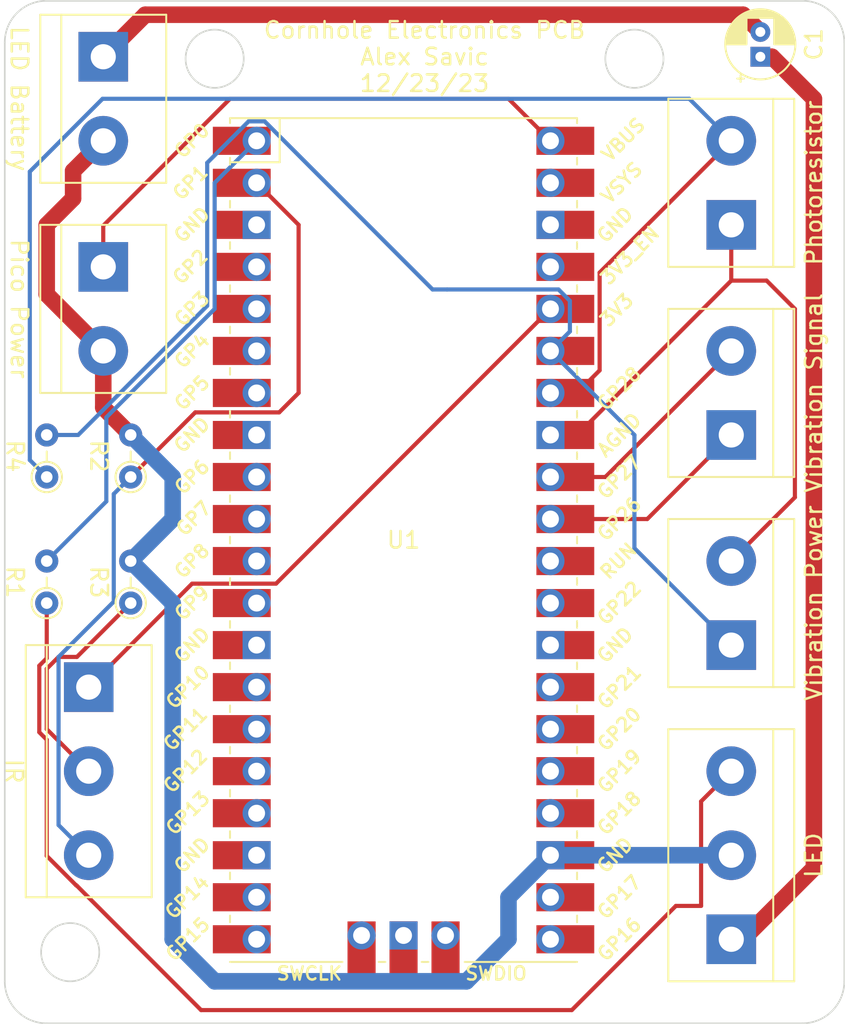
<source format=kicad_pcb>
(kicad_pcb (version 20221018) (generator pcbnew)
  (layers (0 "F.Cu" signal) (31 "B.Cu" signal) (34 "B.Paste" user) (35 "F.Paste" user) (36 "B.SilkS" user "B.Silkscreen") (37 "F.SilkS" user "F.Silkscreen") (38 "B.Mask" user) (39 "F.Mask" user) (44 "Edge.Cuts" user))
  (net 0 "")
  (net 1 "Net-(U1-GPIO0)")
  (net 35 "Net-(J7-Pin_2)")
  (net 36 "Net-(J7-Pin_1)")
  (net 37 "Net-(J6-Pin_3)")
  (net 38 "Net-(J6-Pin_1)")
  (net 39 "Net-(J5-Pin_1)")
  (net 40 "Net-(J4-Pin_1)")
  (net 41 "Net-(J3-Pin_2)")
  (net 42 "Net-(J3-Pin_1)")
  (net 43 "Net-(J2-Pin_3)")
  (net 44 "Net-(J2-Pin_2)")
  (net 45 "Net-(J2-Pin_1)")
  (net 46 "Net-(J1-Pin_2)")
  (net 47 "Net-(J1-Pin_1)")
  (footprint "MCU_RaspberryPi_and_Boards:RPi_Pico_SMD_TH" (layer "F.Cu") (at 90.17 85.09)
    (fp_text reference "U1" (at 0 0) (layer "F.SilkS"))
    (fp_text value "Pico")
    (fp_text user "GP22" (at 13.054 3.81 45) (layer "F.SilkS") (effects (font (size 0.8 0.8))))
    (fp_text user "GP10" (at -13.054 8.89 45) (layer "F.SilkS") (effects (font (size 0.8 0.8))))
    (fp_text user "GP19" (at 13.054 13.97 45) (layer "F.SilkS") (effects (font (size 0.8 0.8))))
    (fp_text user "3V3_EN" (at 13.7 -17.2 45) (layer "F.SilkS") (effects (font (size 0.8 0.8))))
    (fp_text user "GP18" (at 13.054 16.51 45) (layer "F.SilkS") (effects (font (size 0.8 0.8))))
    (fp_text user "GP6" (at -12.8 -3.81 45) (layer "F.SilkS") (effects (font (size 0.8 0.8))))
    (fp_text user "GND" (at -12.8 6.35 45) (layer "F.SilkS") (effects (font (size 0.8 0.8))))
    (fp_text user "GP28" (at 13.054 -9.144 45) (layer "F.SilkS") (effects (font (size 0.8 0.8))))
    (fp_text user "GP17" (at 13.054 21.59 45) (layer "F.SilkS") (effects (font (size 0.8 0.8))))
    (fp_text user "GP1" (at -12.9 -21.6 45) (layer "F.SilkS") (effects (font (size 0.8 0.8))))
    (fp_text user "GP27" (at 13.054 -3.8 45) (layer "F.SilkS") (effects (font (size 0.8 0.8))))
    (fp_text user "GP11" (at -13.2 11.43 45) (layer "F.SilkS") (effects (font (size 0.8 0.8))))
    (fp_text user "GND" (at 12.8 6.35 45) (layer "F.SilkS") (effects (font (size 0.8 0.8))))
    (fp_text user "GP3" (at -12.8 -13.97 45) (layer "F.SilkS") (effects (font (size 0.8 0.8))))
    (fp_text user "GND" (at -12.8 -6.35 45) (layer "F.SilkS") (effects (font (size 0.8 0.8))))
    (fp_text user "VBUS" (at 13.3 -24.2 45) (layer "F.SilkS") (effects (font (size 0.8 0.8))))
    (fp_text user "SWCLK" (at -5.7 26.2) (layer "F.SilkS") (effects (font (size 0.8 0.8))))
    (fp_text user "GP15" (at -13.054 24.13 45) (layer "F.SilkS") (effects (font (size 0.8 0.8))))
    (fp_text user "GP9" (at -12.8 3.81 45) (layer "F.SilkS") (effects (font (size 0.8 0.8))))
    (fp_text user "RUN" (at 13 1.27 45) (layer "F.SilkS") (effects (font (size 0.8 0.8))))
    (fp_text user "GND" (at 12.8 -19.05 45) (layer "F.SilkS") (effects (font (size 0.8 0.8))))
    (fp_text user "SWDIO" (at 5.6 26.2) (layer "F.SilkS") (effects (font (size 0.8 0.8))))
    (fp_text user "GND" (at 12.8 19.05 45) (layer "F.SilkS") (effects (font (size 0.8 0.8))))
    (fp_text user "VSYS" (at 13.2 -21.59 45) (layer "F.SilkS") (effects (font (size 0.8 0.8))))
    (fp_text user "GP26" (at 13.054 -1.27 45) (layer "F.SilkS") (effects (font (size 0.8 0.8))))
    (fp_text user "GP8" (at -12.8 1.27 45) (layer "F.SilkS") (effects (font (size 0.8 0.8))))
    (fp_text user "GP2" (at -12.9 -16.51 45) (layer "F.SilkS") (effects (font (size 0.8 0.8))))
    (fp_text user "GP21" (at 13.054 8.9 45) (layer "F.SilkS") (effects (font (size 0.8 0.8))))
    (fp_text user "GP16" (at 13.054 24.13 45) (layer "F.SilkS") (effects (font (size 0.8 0.8))))
    (fp_text user "GP14" (at -13.1 21.59 45) (layer "F.SilkS") (effects (font (size 0.8 0.8))))
    (fp_text user "GP20" (at 13.054 11.43 45) (layer "F.SilkS") (effects (font (size 0.8 0.8))))
    (fp_text user "GP12" (at -13.2 13.97 45) (layer "F.SilkS") (effects (font (size 0.8 0.8))))
    (fp_text user "GP0" (at -12.8 -24.13 45) (layer "F.SilkS") (effects (font (size 0.8 0.8))))
    (fp_text user "GP7" (at -12.7 -1.3 45) (layer "F.SilkS") (effects (font (size 0.8 0.8))))
    (fp_text user "AGND" (at 13.054 -6.35 45) (layer "F.SilkS") (effects (font (size 0.8 0.8))))
    (fp_text user "GND" (at -12.8 -19.05 45) (layer "F.SilkS") (effects (font (size 0.8 0.8))))
    (fp_text user "GP5" (at -12.8 -8.89 45) (layer "F.SilkS") (effects (font (size 0.8 0.8))))
    (fp_text user "3V3" (at 12.9 -13.9 45) (layer "F.SilkS") (effects (font (size 0.8 0.8))))
    (fp_text user "GND" (at -12.8 19.05 45) (layer "F.SilkS") (effects (font (size 0.8 0.8))))
    (fp_text user "GP4" (at -12.8 -11.43 45) (layer "F.SilkS") (effects (font (size 0.8 0.8))))
    (fp_text user "GP13" (at -13.054 16.51 45) (layer "F.SilkS") (effects (font (size 0.8 0.8))))
    (fp_line (start -10.5 -25.5) (end -10.5 -25.2) (stroke (width 0.12)) (layer "F.SilkS"))
    (fp_line (start -10.5 -25.5) (end 10.5 -25.5) (stroke (width 0.12)) (layer "F.SilkS"))
    (fp_line (start -10.5 -23.1) (end -10.5 -22.7) (stroke (width 0.12)) (layer "F.SilkS"))
    (fp_line (start -10.5 -22.833) (end -7.493 -22.833) (stroke (width 0.12)) (layer "F.SilkS"))
    (fp_line (start -10.5 -20.5) (end -10.5 -20.1) (stroke (width 0.12)) (layer "F.SilkS"))
    (fp_line (start -10.5 -18) (end -10.5 -17.6) (stroke (width 0.12)) (layer "F.SilkS"))
    (fp_line (start -10.5 -15.4) (end -10.5 -15) (stroke (width 0.12)) (layer "F.SilkS"))
    (fp_line (start -10.5 -12.9) (end -10.5 -12.5) (stroke (width 0.12)) (layer "F.SilkS"))
    (fp_line (start -10.5 -10.4) (end -10.5 -10) (stroke (width 0.12)) (layer "F.SilkS"))
    (fp_line (start -10.5 -7.8) (end -10.5 -7.4) (stroke (width 0.12)) (layer "F.SilkS"))
    (fp_line (start -10.5 -5.3) (end -10.5 -4.9) (stroke (width 0.12)) (layer "F.SilkS"))
    (fp_line (start -10.5 -2.7) (end -10.5 -2.3) (stroke (width 0.12)) (layer "F.SilkS"))
    (fp_line (start -10.5 -0.2) (end -10.5 0.2) (stroke (width 0.12)) (layer "F.SilkS"))
    (fp_line (start -10.5 2.3) (end -10.5 2.7) (stroke (width 0.12)) (layer "F.SilkS"))
    (fp_line (start -10.5 4.9) (end -10.5 5.3) (stroke (width 0.12)) (layer "F.SilkS"))
    (fp_line (start -10.5 7.4) (end -10.5 7.8) (stroke (width 0.12)) (layer "F.SilkS"))
    (fp_line (start -10.5 10) (end -10.5 10.4) (stroke (width 0.12)) (layer "F.SilkS"))
    (fp_line (start -10.5 12.5) (end -10.5 12.9) (stroke (width 0.12)) (layer "F.SilkS"))
    (fp_line (start -10.5 15.1) (end -10.5 15.5) (stroke (width 0.12)) (layer "F.SilkS"))
    (fp_line (start -10.5 17.6) (end -10.5 18) (stroke (width 0.12)) (layer "F.SilkS"))
    (fp_line (start -10.5 20.1) (end -10.5 20.5) (stroke (width 0.12)) (layer "F.SilkS"))
    (fp_line (start -10.5 22.7) (end -10.5 23.1) (stroke (width 0.12)) (layer "F.SilkS"))
    (fp_line (start -7.493 -22.833) (end -7.493 -25.5) (stroke (width 0.12)) (layer "F.SilkS"))
    (fp_line (start -3.7 25.5) (end -10.5 25.5) (stroke (width 0.12)) (layer "F.SilkS"))
    (fp_line (start -1.5 25.5) (end -1.1 25.5) (stroke (width 0.12)) (layer "F.SilkS"))
    (fp_line (start 1.1 25.5) (end 1.5 25.5) (stroke (width 0.12)) (layer "F.SilkS"))
    (fp_line (start 10.5 -25.5) (end 10.5 -25.2) (stroke (width 0.12)) (layer "F.SilkS"))
    (fp_line (start 10.5 -23.1) (end 10.5 -22.7) (stroke (width 0.12)) (layer "F.SilkS"))
    (fp_line (start 10.5 -20.5) (end 10.5 -20.1) (stroke (width 0.12)) (layer "F.SilkS"))
    (fp_line (start 10.5 -18) (end 10.5 -17.6) (stroke (width 0.12)) (layer "F.SilkS"))
    (fp_line (start 10.5 -15.4) (end 10.5 -15) (stroke (width 0.12)) (layer "F.SilkS"))
    (fp_line (start 10.5 -12.9) (end 10.5 -12.5) (stroke (width 0.12)) (layer "F.SilkS"))
    (fp_line (start 10.5 -10.4) (end 10.5 -10) (stroke (width 0.12)) (layer "F.SilkS"))
    (fp_line (start 10.5 -7.8) (end 10.5 -7.4) (stroke (width 0.12)) (layer "F.SilkS"))
    (fp_line (start 10.5 -5.3) (end 10.5 -4.9) (stroke (width 0.12)) (layer "F.SilkS"))
    (fp_line (start 10.5 -2.7) (end 10.5 -2.3) (stroke (width 0.12)) (layer "F.SilkS"))
    (fp_line (start 10.5 -0.2) (end 10.5 0.2) (stroke (width 0.12)) (layer "F.SilkS"))
    (fp_line (start 10.5 2.3) (end 10.5 2.7) (stroke (width 0.12)) (layer "F.SilkS"))
    (fp_line (start 10.5 4.9) (end 10.5 5.3) (stroke (width 0.12)) (layer "F.SilkS"))
    (fp_line (start 10.5 7.4) (end 10.5 7.8) (stroke (width 0.12)) (layer "F.SilkS"))
    (fp_line (start 10.5 10) (end 10.5 10.4) (stroke (width 0.12)) (layer "F.SilkS"))
    (fp_line (start 10.5 12.5) (end 10.5 12.9) (stroke (width 0.12)) (layer "F.SilkS"))
    (fp_line (start 10.5 15.1) (end 10.5 15.5) (stroke (width 0.12)) (layer "F.SilkS"))
    (fp_line (start 10.5 17.6) (end 10.5 18) (stroke (width 0.12)) (layer "F.SilkS"))
    (fp_line (start 10.5 20.1) (end 10.5 20.5) (stroke (width 0.12)) (layer "F.SilkS"))
    (fp_line (start 10.5 22.7) (end 10.5 23.1) (stroke (width 0.12)) (layer "F.SilkS"))
    (fp_line (start 10.5 25.5) (end 3.7 25.5) (stroke (width 0.12)) (layer "F.SilkS"))
    (pad "" np_thru_hole oval (at -2.725 -24) (size 1.8 1.8) (drill 1.8) (layers "*.Cu" "*.Mask"))
    (pad "" np_thru_hole oval (at -2.425 -20.97) (size 1.5 1.5) (drill 1.5) (layers "*.Cu" "*.Mask"))
    (pad "" np_thru_hole oval (at 2.425 -20.97) (size 1.5 1.5) (drill 1.5) (layers "*.Cu" "*.Mask"))
    (pad "" np_thru_hole oval (at 2.725 -24) (size 1.8 1.8) (drill 1.8) (layers "*.Cu" "*.Mask"))
    (pad "1" thru_hole oval (at -8.89 -24.13) (size 1.7 1.7) (drill 1.02) (layers "*.Cu" "*.Mask") (net 1 "Net-(U1-GPIO0)"))
    (pad "1" smd rect (at -8.89 -24.13) (size 3.5 1.7) (drill (offset -0.9 0)) (layers "F.Cu" "F.Mask") (net 1 "Net-(U1-GPIO0)"))
    (pad "2" thru_hole oval (at -8.89 -21.59) (size 1.7 1.7) (drill 1.02) (layers "*.Cu" "*.Mask") (net 43 "Net-(J2-Pin_3)"))
    (pad "2" smd rect (at -8.89 -21.59) (size 3.5 1.7) (drill (offset -0.9 0)) (layers "F.Cu" "F.Mask") (net 43 "Net-(J2-Pin_3)"))
    (pad "3" thru_hole rect (at -8.89 -19.05) (size 1.7 1.7) (drill 1.02) (layers "*.Cu" "*.Mask"))
    (pad "3" smd rect (at -8.89 -19.05) (size 3.5 1.7) (drill (offset -0.9 0)) (layers "F.Cu" "F.Mask"))
    (pad "4" thru_hole oval (at -8.89 -16.51) (size 1.7 1.7) (drill 1.02) (layers "*.Cu" "*.Mask"))
    (pad "4" smd rect (at -8.89 -16.51) (size 3.5 1.7) (drill (offset -0.9 0)) (layers "F.Cu" "F.Mask"))
    (pad "5" thru_hole oval (at -8.89 -13.97) (size 1.7 1.7) (drill 1.02) (layers "*.Cu" "*.Mask"))
    (pad "5" smd rect (at -8.89 -13.97) (size 3.5 1.7) (drill (offset -0.9 0)) (layers "F.Cu" "F.Mask"))
    (pad "6" thru_hole oval (at -8.89 -11.43) (size 1.7 1.7) (drill 1.02) (layers "*.Cu" "*.Mask"))
    (pad "6" smd rect (at -8.89 -11.43) (size 3.5 1.7) (drill (offset -0.9 0)) (layers "F.Cu" "F.Mask"))
    (pad "7" thru_hole oval (at -8.89 -8.89) (size 1.7 1.7) (drill 1.02) (layers "*.Cu" "*.Mask"))
    (pad "7" smd rect (at -8.89 -8.89) (size 3.5 1.7) (drill (offset -0.9 0)) (layers "F.Cu" "F.Mask"))
    (pad "8" thru_hole rect (at -8.89 -6.35) (size 1.7 1.7) (drill 1.02) (layers "*.Cu" "*.Mask"))
    (pad "8" smd rect (at -8.89 -6.35) (size 3.5 1.7) (drill (offset -0.9 0)) (layers "F.Cu" "F.Mask"))
    (pad "9" thru_hole oval (at -8.89 -3.81) (size 1.7 1.7) (drill 1.02) (layers "*.Cu" "*.Mask"))
    (pad "9" smd rect (at -8.89 -3.81) (size 3.5 1.7) (drill (offset -0.9 0)) (layers "F.Cu" "F.Mask"))
    (pad "10" thru_hole oval (at -8.89 -1.27) (size 1.7 1.7) (drill 1.02) (layers "*.Cu" "*.Mask"))
    (pad "10" smd rect (at -8.89 -1.27) (size 3.5 1.7) (drill (offset -0.9 0)) (layers "F.Cu" "F.Mask"))
    (pad "11" thru_hole oval (at -8.89 1.27) (size 1.7 1.7) (drill 1.02) (layers "*.Cu" "*.Mask"))
    (pad "11" smd rect (at -8.89 1.27) (size 3.5 1.7) (drill (offset -0.9 0)) (layers "F.Cu" "F.Mask"))
    (pad "12" thru_hole oval (at -8.89 3.81) (size 1.7 1.7) (drill 1.02) (layers "*.Cu" "*.Mask"))
    (pad "12" smd rect (at -8.89 3.81) (size 3.5 1.7) (drill (offset -0.9 0)) (layers "F.Cu" "F.Mask"))
    (pad "13" thru_hole rect (at -8.89 6.35) (size 1.7 1.7) (drill 1.02) (layers "*.Cu" "*.Mask"))
    (pad "13" smd rect (at -8.89 6.35) (size 3.5 1.7) (drill (offset -0.9 0)) (layers "F.Cu" "F.Mask"))
    (pad "14" thru_hole oval (at -8.89 8.89) (size 1.7 1.7) (drill 1.02) (layers "*.Cu" "*.Mask"))
    (pad "14" smd rect (at -8.89 8.89) (size 3.5 1.7) (drill (offset -0.9 0)) (layers "F.Cu" "F.Mask"))
    (pad "15" thru_hole oval (at -8.89 11.43) (size 1.7 1.7) (drill 1.02) (layers "*.Cu" "*.Mask"))
    (pad "15" smd rect (at -8.89 11.43) (size 3.5 1.7) (drill (offset -0.9 0)) (layers "F.Cu" "F.Mask"))
    (pad "16" thru_hole oval (at -8.89 13.97) (size 1.7 1.7) (drill 1.02) (layers "*.Cu" "*.Mask"))
    (pad "16" smd rect (at -8.89 13.97) (size 3.5 1.7) (drill (offset -0.9 0)) (layers "F.Cu" "F.Mask"))
    (pad "17" thru_hole oval (at -8.89 16.51) (size 1.7 1.7) (drill 1.02) (layers "*.Cu" "*.Mask"))
    (pad "17" smd rect (at -8.89 16.51) (size 3.5 1.7) (drill (offset -0.9 0)) (layers "F.Cu" "F.Mask"))
    (pad "18" thru_hole rect (at -8.89 19.05) (size 1.7 1.7) (drill 1.02) (layers "*.Cu" "*.Mask"))
    (pad "18" smd rect (at -8.89 19.05) (size 3.5 1.7) (drill (offset -0.9 0)) (layers "F.Cu" "F.Mask"))
    (pad "19" thru_hole oval (at -8.89 21.59) (size 1.7 1.7) (drill 1.02) (layers "*.Cu" "*.Mask"))
    (pad "19" smd rect (at -8.89 21.59) (size 3.5 1.7) (drill (offset -0.9 0)) (layers "F.Cu" "F.Mask"))
    (pad "20" thru_hole oval (at -8.89 24.13) (size 1.7 1.7) (drill 1.02) (layers "*.Cu" "*.Mask"))
    (pad "20" smd rect (at -8.89 24.13) (size 3.5 1.7) (drill (offset -0.9 0)) (layers "F.Cu" "F.Mask"))
    (pad "21" thru_hole oval (at 8.89 24.13) (size 1.7 1.7) (drill 1.02) (layers "*.Cu" "*.Mask"))
    (pad "21" smd rect (at 8.89 24.13) (size 3.5 1.7) (drill (offset 0.9 0)) (layers "F.Cu" "F.Mask"))
    (pad "22" thru_hole oval (at 8.89 21.59) (size 1.7 1.7) (drill 1.02) (layers "*.Cu" "*.Mask"))
    (pad "22" smd rect (at 8.89 21.59) (size 3.5 1.7) (drill (offset 0.9 0)) (layers "F.Cu" "F.Mask"))
    (pad "23" thru_hole rect (at 8.89 19.05) (size 1.7 1.7) (drill 1.02) (layers "*.Cu" "*.Mask") (net 46 "Net-(J1-Pin_2)"))
    (pad "23" smd rect (at 8.89 19.05) (size 3.5 1.7) (drill (offset 0.9 0)) (layers "F.Cu" "F.Mask") (net 46 "Net-(J1-Pin_2)"))
    (pad "24" thru_hole oval (at 8.89 16.51) (size 1.7 1.7) (drill 1.02) (layers "*.Cu" "*.Mask"))
    (pad "24" smd rect (at 8.89 16.51) (size 3.5 1.7) (drill (offset 0.9 0)) (layers "F.Cu" "F.Mask"))
    (pad "25" thru_hole oval (at 8.89 13.97) (size 1.7 1.7) (drill 1.02) (layers "*.Cu" "*.Mask"))
    (pad "25" smd rect (at 8.89 13.97) (size 3.5 1.7) (drill (offset 0.9 0)) (layers "F.Cu" "F.Mask"))
    (pad "26" thru_hole oval (at 8.89 11.43) (size 1.7 1.7) (drill 1.02) (layers "*.Cu" "*.Mask"))
    (pad "26" smd rect (at 8.89 11.43) (size 3.5 1.7) (drill (offset 0.9 0)) (layers "F.Cu" "F.Mask"))
    (pad "27" thru_hole oval (at 8.89 8.89) (size 1.7 1.7) (drill 1.02) (layers "*.Cu" "*.Mask"))
    (pad "27" smd rect (at 8.89 8.89) (size 3.5 1.7) (drill (offset 0.9 0)) (layers "F.Cu" "F.Mask"))
    (pad "28" thru_hole rect (at 8.89 6.35) (size 1.7 1.7) (drill 1.02) (layers "*.Cu" "*.Mask"))
    (pad "28" smd rect (at 8.89 6.35) (size 3.5 1.7) (drill (offset 0.9 0)) (layers "F.Cu" "F.Mask"))
    (pad "29" thru_hole oval (at 8.89 3.81) (size 1.7 1.7) (drill 1.02) (layers "*.Cu" "*.Mask"))
    (pad "29" smd rect (at 8.89 3.81) (size 3.5 1.7) (drill (offset 0.9 0)) (layers "F.Cu" "F.Mask"))
    (pad "30" thru_hole oval (at 8.89 1.27) (size 1.7 1.7) (drill 1.02) (layers "*.Cu" "*.Mask"))
    (pad "30" smd rect (at 8.89 1.27) (size 3.5 1.7) (drill (offset 0.9 0)) (layers "F.Cu" "F.Mask"))
    (pad "31" thru_hole oval (at 8.89 -1.27) (size 1.7 1.7) (drill 1.02) (layers "*.Cu" "*.Mask") (net 36 "Net-(J7-Pin_1)"))
    (pad "31" smd rect (at 8.89 -1.27) (size 3.5 1.7) (drill (offset 0.9 0)) (layers "F.Cu" "F.Mask") (net 36 "Net-(J7-Pin_1)"))
    (pad "32" thru_hole oval (at 8.89 -3.81) (size 1.7 1.7) (drill 1.02) (layers "*.Cu" "*.Mask") (net 35 "Net-(J7-Pin_2)"))
    (pad "32" smd rect (at 8.89 -3.81) (size 3.5 1.7) (drill (offset 0.9 0)) (layers "F.Cu" "F.Mask") (net 35 "Net-(J7-Pin_2)"))
    (pad "33" thru_hole rect (at 8.89 -6.35) (size 1.7 1.7) (drill 1.02) (layers "*.Cu" "*.Mask") (net 42 "Net-(J3-Pin_1)"))
    (pad "33" smd rect (at 8.89 -6.35) (size 3.5 1.7) (drill (offset 0.9 0)) (layers "F.Cu" "F.Mask") (net 42 "Net-(J3-Pin_1)"))
    (pad "34" thru_hole oval (at 8.89 -8.89) (size 1.7 1.7) (drill 1.02) (layers "*.Cu" "*.Mask") (net 41 "Net-(J3-Pin_2)"))
    (pad "34" smd rect (at 8.89 -8.89) (size 3.5 1.7) (drill (offset 0.9 0)) (layers "F.Cu" "F.Mask") (net 41 "Net-(J3-Pin_2)"))
    (pad "35" thru_hole oval (at 8.89 -11.43) (size 1.7 1.7) (drill 1.02) (layers "*.Cu" "*.Mask") (net 40 "Net-(J4-Pin_1)"))
    (pad "35" smd rect (at 8.89 -11.43) (size 3.5 1.7) (drill (offset 0.9 0)) (layers "F.Cu" "F.Mask") (net 40 "Net-(J4-Pin_1)"))
    (pad "36" thru_hole oval (at 8.89 -13.97) (size 1.7 1.7) (drill 1.02) (layers "*.Cu" "*.Mask") (net 45 "Net-(J2-Pin_1)"))
    (pad "36" smd rect (at 8.89 -13.97) (size 3.5 1.7) (drill (offset 0.9 0)) (layers "F.Cu" "F.Mask") (net 45 "Net-(J2-Pin_1)"))
    (pad "37" thru_hole oval (at 8.89 -16.51) (size 1.7 1.7) (drill 1.02) (layers "*.Cu" "*.Mask"))
    (pad "37" smd rect (at 8.89 -16.51) (size 3.5 1.7) (drill (offset 0.9 0)) (layers "F.Cu" "F.Mask"))
    (pad "38" thru_hole rect (at 8.89 -19.05) (size 1.7 1.7) (drill 1.02) (layers "*.Cu" "*.Mask"))
    (pad "38" smd rect (at 8.89 -19.05) (size 3.5 1.7) (drill (offset 0.9 0)) (layers "F.Cu" "F.Mask"))
    (pad "39" thru_hole oval (at 8.89 -21.59) (size 1.7 1.7) (drill 1.02) (layers "*.Cu" "*.Mask"))
    (pad "39" smd rect (at 8.89 -21.59) (size 3.5 1.7) (drill (offset 0.9 0)) (layers "F.Cu" "F.Mask"))
    (pad "40" thru_hole oval (at 8.89 -24.13) (size 1.7 1.7) (drill 1.02) (layers "*.Cu" "*.Mask") (net 47 "Net-(J1-Pin_1)"))
    (pad "40" smd rect (at 8.89 -24.13) (size 3.5 1.7) (drill (offset 0.9 0)) (layers "F.Cu" "F.Mask") (net 47 "Net-(J1-Pin_1)"))
    (pad "41" thru_hole oval (at -2.54 23.9) (size 1.7 1.7) (drill 1.02) (layers "*.Cu" "*.Mask"))
    (pad "41" smd rect (at -2.54 23.9 90) (size 3.5 1.7) (drill (offset -0.9 0)) (layers "F.Cu" "F.Mask"))
    (pad "42" thru_hole rect (at 0 23.9) (size 1.7 1.7) (drill 1.02) (layers "*.Cu" "*.Mask"))
    (pad "42" smd rect (at 0 23.9 90) (size 3.5 1.7) (drill (offset -0.9 0)) (layers "F.Cu" "F.Mask"))
    (pad "43" thru_hole oval (at 2.54 23.9) (size 1.7 1.7) (drill 1.02) (layers "*.Cu" "*.Mask"))
    (pad "43" smd rect (at 2.54 23.9 90) (size 3.5 1.7) (drill (offset -0.9 0)) (layers "F.Cu" "F.Mask"))
  )
  (footprint "Resistor_THT:R_Axial_DIN0204_L3.6mm_D1.6mm_P2.54mm_Vertical" (layer "F.Cu") (at 68.58 81.28 90)
    (fp_text reference "R4" (at 1.27 -1.92 270 unlocked) (layer "F.SilkS"))
    (fp_text value "300")
    (fp_line (start 0.92 0) (end 1.54 0) (stroke (width 0.12)) (layer "F.SilkS"))
    (fp_circle (center 0 0) (end 0.92 0) (stroke (width 0.12)) (fill none) (layer "F.SilkS"))
    (pad "1" thru_hole circle (at 0 0 90) (size 1.4 1.4) (drill 0.7) (layers "*.Cu" "*.Mask") (net 41 "Net-(J3-Pin_2)"))
    (pad "2" thru_hole oval (at 2.54 0 90) (size 1.4 1.4) (drill 0.7) (layers "*.Cu" "*.Mask") (net 40 "Net-(J4-Pin_1)"))
  )
  (footprint "TerminalBlock:TerminalBlock_bornier-2_P5.08mm" (layer "F.Cu") (at 110 78.74 90)
    (fp_text reference "J7" hide)
    (fp_text value "Vibration Signal" (at 2.54 5 90) (layer "F.SilkS"))
    (fp_line (start -2.54 -3.81) (end -2.54 3.81) (stroke (width 0.12)) (layer "F.SilkS"))
    (fp_line (start -2.54 3.81) (end 7.62 3.81) (stroke (width 0.12)) (layer "F.SilkS"))
    (fp_line (start 7.62 -3.81) (end -2.54 -3.81) (stroke (width 0.12)) (layer "F.SilkS"))
    (fp_line (start 7.62 2.54) (end -2.54 2.54) (stroke (width 0.12)) (layer "F.SilkS"))
    (fp_line (start 7.62 3.81) (end 7.62 -3.81) (stroke (width 0.12)) (layer "F.SilkS"))
    (pad "1" thru_hole rect (at 0 0 90) (size 3 3) (drill 1.52) (layers "*.Cu" "*.Mask") (net 36 "Net-(J7-Pin_1)"))
    (pad "2" thru_hole circle (at 5.08 0 90) (size 3 3) (drill 1.52) (layers "*.Cu" "*.Mask") (net 35 "Net-(J7-Pin_2)"))
  )
  (footprint "Resistor_THT:R_Axial_DIN0204_L3.6mm_D1.6mm_P2.54mm_Vertical" (layer "F.Cu") (at 73.66 81.28 90)
    (fp_text reference "R2" (at 1.27 -1.92 270 unlocked) (layer "F.SilkS"))
    (fp_text value "100M")
    (fp_line (start 0.92 0) (end 1.54 0) (stroke (width 0.12)) (layer "F.SilkS"))
    (fp_circle (center 0 0) (end 0.92 0) (stroke (width 0.12)) (fill none) (layer "F.SilkS"))
    (pad "1" thru_hole circle (at 0 0 90) (size 1.4 1.4) (drill 0.7) (layers "*.Cu" "*.Mask") (net 43 "Net-(J2-Pin_3)"))
    (pad "2" thru_hole oval (at 2.54 0 90) (size 1.4 1.4) (drill 0.7) (layers "*.Cu" "*.Mask") (net 46 "Net-(J1-Pin_2)"))
  )
  (footprint "Capacitor_THT:CP_Radial_D4.0mm_P1.50mm" (layer "F.Cu") (at 111.76 55.88 90)
    (fp_text reference "C1" (at 0.75 3.24 90) (layer "F.SilkS"))
    (fp_text value "1mF")
    (fp_line (start -1.519801 -1.195) (end -1.119801 -1.195) (stroke (width 0.12)) (layer "F.SilkS"))
    (fp_line (start -1.319801 -1.395) (end -1.319801 -0.995) (stroke (width 0.12)) (layer "F.SilkS"))
    (fp_line (start 0.75 -2.08) (end 0.75 -0.84) (stroke (width 0.12)) (layer "F.SilkS"))
    (fp_line (start 0.75 0.84) (end 0.75 2.08) (stroke (width 0.12)) (layer "F.SilkS"))
    (fp_line (start 0.79 -2.08) (end 0.79 -0.84) (stroke (width 0.12)) (layer "F.SilkS"))
    (fp_line (start 0.79 0.84) (end 0.79 2.08) (stroke (width 0.12)) (layer "F.SilkS"))
    (fp_line (start 0.83 -2.079) (end 0.83 -0.84) (stroke (width 0.12)) (layer "F.SilkS"))
    (fp_line (start 0.83 0.84) (end 0.83 2.079) (stroke (width 0.12)) (layer "F.SilkS"))
    (fp_line (start 0.87 -2.077) (end 0.87 -0.84) (stroke (width 0.12)) (layer "F.SilkS"))
    (fp_line (start 0.87 0.84) (end 0.87 2.077) (stroke (width 0.12)) (layer "F.SilkS"))
    (fp_line (start 0.91 -2.074) (end 0.91 -0.84) (stroke (width 0.12)) (layer "F.SilkS"))
    (fp_line (start 0.91 0.84) (end 0.91 2.074) (stroke (width 0.12)) (layer "F.SilkS"))
    (fp_line (start 0.95 -2.071) (end 0.95 -0.84) (stroke (width 0.12)) (layer "F.SilkS"))
    (fp_line (start 0.95 0.84) (end 0.95 2.071) (stroke (width 0.12)) (layer "F.SilkS"))
    (fp_line (start 0.99 -2.067) (end 0.99 -0.84) (stroke (width 0.12)) (layer "F.SilkS"))
    (fp_line (start 0.99 0.84) (end 0.99 2.067) (stroke (width 0.12)) (layer "F.SilkS"))
    (fp_line (start 1.03 -2.062) (end 1.03 -0.84) (stroke (width 0.12)) (layer "F.SilkS"))
    (fp_line (start 1.03 0.84) (end 1.03 2.062) (stroke (width 0.12)) (layer "F.SilkS"))
    (fp_line (start 1.07 -2.056) (end 1.07 -0.84) (stroke (width 0.12)) (layer "F.SilkS"))
    (fp_line (start 1.07 0.84) (end 1.07 2.056) (stroke (width 0.12)) (layer "F.SilkS"))
    (fp_line (start 1.11 -2.05) (end 1.11 -0.84) (stroke (width 0.12)) (layer "F.SilkS"))
    (fp_line (start 1.11 0.84) (end 1.11 2.05) (stroke (width 0.12)) (layer "F.SilkS"))
    (fp_line (start 1.15 -2.042) (end 1.15 -0.84) (stroke (width 0.12)) (layer "F.SilkS"))
    (fp_line (start 1.15 0.84) (end 1.15 2.042) (stroke (width 0.12)) (layer "F.SilkS"))
    (fp_line (start 1.19 -2.034) (end 1.19 -0.84) (stroke (width 0.12)) (layer "F.SilkS"))
    (fp_line (start 1.19 0.84) (end 1.19 2.034) (stroke (width 0.12)) (layer "F.SilkS"))
    (fp_line (start 1.23 -2.025) (end 1.23 -0.84) (stroke (width 0.12)) (layer "F.SilkS"))
    (fp_line (start 1.23 0.84) (end 1.23 2.025) (stroke (width 0.12)) (layer "F.SilkS"))
    (fp_line (start 1.27 -2.016) (end 1.27 -0.84) (stroke (width 0.12)) (layer "F.SilkS"))
    (fp_line (start 1.27 0.84) (end 1.27 2.016) (stroke (width 0.12)) (layer "F.SilkS"))
    (fp_line (start 1.31 -2.005) (end 1.31 -0.84) (stroke (width 0.12)) (layer "F.SilkS"))
    (fp_line (start 1.31 0.84) (end 1.31 2.005) (stroke (width 0.12)) (layer "F.SilkS"))
    (fp_line (start 1.35 -1.994) (end 1.35 -0.84) (stroke (width 0.12)) (layer "F.SilkS"))
    (fp_line (start 1.35 0.84) (end 1.35 1.994) (stroke (width 0.12)) (layer "F.SilkS"))
    (fp_line (start 1.39 -1.982) (end 1.39 -0.84) (stroke (width 0.12)) (layer "F.SilkS"))
    (fp_line (start 1.39 0.84) (end 1.39 1.982) (stroke (width 0.12)) (layer "F.SilkS"))
    (fp_line (start 1.43 -1.968) (end 1.43 -0.84) (stroke (width 0.12)) (layer "F.SilkS"))
    (fp_line (start 1.43 0.84) (end 1.43 1.968) (stroke (width 0.12)) (layer "F.SilkS"))
    (fp_line (start 1.471 -1.954) (end 1.471 -0.84) (stroke (width 0.12)) (layer "F.SilkS"))
    (fp_line (start 1.471 0.84) (end 1.471 1.954) (stroke (width 0.12)) (layer "F.SilkS"))
    (fp_line (start 1.511 -1.94) (end 1.511 -0.84) (stroke (width 0.12)) (layer "F.SilkS"))
    (fp_line (start 1.511 0.84) (end 1.511 1.94) (stroke (width 0.12)) (layer "F.SilkS"))
    (fp_line (start 1.551 -1.924) (end 1.551 -0.84) (stroke (width 0.12)) (layer "F.SilkS"))
    (fp_line (start 1.551 0.84) (end 1.551 1.924) (stroke (width 0.12)) (layer "F.SilkS"))
    (fp_line (start 1.591 -1.907) (end 1.591 -0.84) (stroke (width 0.12)) (layer "F.SilkS"))
    (fp_line (start 1.591 0.84) (end 1.591 1.907) (stroke (width 0.12)) (layer "F.SilkS"))
    (fp_line (start 1.631 -1.889) (end 1.631 -0.84) (stroke (width 0.12)) (layer "F.SilkS"))
    (fp_line (start 1.631 0.84) (end 1.631 1.889) (stroke (width 0.12)) (layer "F.SilkS"))
    (fp_line (start 1.671 -1.87) (end 1.671 -0.84) (stroke (width 0.12)) (layer "F.SilkS"))
    (fp_line (start 1.671 0.84) (end 1.671 1.87) (stroke (width 0.12)) (layer "F.SilkS"))
    (fp_line (start 1.711 -1.851) (end 1.711 -0.84) (stroke (width 0.12)) (layer "F.SilkS"))
    (fp_line (start 1.711 0.84) (end 1.711 1.851) (stroke (width 0.12)) (layer "F.SilkS"))
    (fp_line (start 1.751 -1.83) (end 1.751 -0.84) (stroke (width 0.12)) (layer "F.SilkS"))
    (fp_line (start 1.751 0.84) (end 1.751 1.83) (stroke (width 0.12)) (layer "F.SilkS"))
    (fp_line (start 1.791 -1.808) (end 1.791 -0.84) (stroke (width 0.12)) (layer "F.SilkS"))
    (fp_line (start 1.791 0.84) (end 1.791 1.808) (stroke (width 0.12)) (layer "F.SilkS"))
    (fp_line (start 1.831 -1.785) (end 1.831 -0.84) (stroke (width 0.12)) (layer "F.SilkS"))
    (fp_line (start 1.831 0.84) (end 1.831 1.785) (stroke (width 0.12)) (layer "F.SilkS"))
    (fp_line (start 1.871 -1.76) (end 1.871 -0.84) (stroke (width 0.12)) (layer "F.SilkS"))
    (fp_line (start 1.871 0.84) (end 1.871 1.76) (stroke (width 0.12)) (layer "F.SilkS"))
    (fp_line (start 1.911 -1.735) (end 1.911 -0.84) (stroke (width 0.12)) (layer "F.SilkS"))
    (fp_line (start 1.911 0.84) (end 1.911 1.735) (stroke (width 0.12)) (layer "F.SilkS"))
    (fp_line (start 1.951 -1.708) (end 1.951 -0.84) (stroke (width 0.12)) (layer "F.SilkS"))
    (fp_line (start 1.951 0.84) (end 1.951 1.708) (stroke (width 0.12)) (layer "F.SilkS"))
    (fp_line (start 1.991 -1.68) (end 1.991 -0.84) (stroke (width 0.12)) (layer "F.SilkS"))
    (fp_line (start 1.991 0.84) (end 1.991 1.68) (stroke (width 0.12)) (layer "F.SilkS"))
    (fp_line (start 2.031 -1.65) (end 2.031 -0.84) (stroke (width 0.12)) (layer "F.SilkS"))
    (fp_line (start 2.031 0.84) (end 2.031 1.65) (stroke (width 0.12)) (layer "F.SilkS"))
    (fp_line (start 2.071 -1.619) (end 2.071 -0.84) (stroke (width 0.12)) (layer "F.SilkS"))
    (fp_line (start 2.071 0.84) (end 2.071 1.619) (stroke (width 0.12)) (layer "F.SilkS"))
    (fp_line (start 2.111 -1.587) (end 2.111 -0.84) (stroke (width 0.12)) (layer "F.SilkS"))
    (fp_line (start 2.111 0.84) (end 2.111 1.587) (stroke (width 0.12)) (layer "F.SilkS"))
    (fp_line (start 2.151 -1.552) (end 2.151 -0.84) (stroke (width 0.12)) (layer "F.SilkS"))
    (fp_line (start 2.151 0.84) (end 2.151 1.552) (stroke (width 0.12)) (layer "F.SilkS"))
    (fp_line (start 2.191 -1.516) (end 2.191 -0.84) (stroke (width 0.12)) (layer "F.SilkS"))
    (fp_line (start 2.191 0.84) (end 2.191 1.516) (stroke (width 0.12)) (layer "F.SilkS"))
    (fp_line (start 2.231 -1.478) (end 2.231 -0.84) (stroke (width 0.12)) (layer "F.SilkS"))
    (fp_line (start 2.231 0.84) (end 2.231 1.478) (stroke (width 0.12)) (layer "F.SilkS"))
    (fp_line (start 2.271 -1.438) (end 2.271 -0.84) (stroke (width 0.12)) (layer "F.SilkS"))
    (fp_line (start 2.271 0.84) (end 2.271 1.438) (stroke (width 0.12)) (layer "F.SilkS"))
    (fp_line (start 2.311 -1.396) (end 2.311 -0.84) (stroke (width 0.12)) (layer "F.SilkS"))
    (fp_line (start 2.311 0.84) (end 2.311 1.396) (stroke (width 0.12)) (layer "F.SilkS"))
    (fp_line (start 2.351 -1.351) (end 2.351 1.351) (stroke (width 0.12)) (layer "F.SilkS"))
    (fp_line (start 2.391 -1.304) (end 2.391 1.304) (stroke (width 0.12)) (layer "F.SilkS"))
    (fp_line (start 2.431 -1.254) (end 2.431 1.254) (stroke (width 0.12)) (layer "F.SilkS"))
    (fp_line (start 2.471 -1.2) (end 2.471 1.2) (stroke (width 0.12)) (layer "F.SilkS"))
    (fp_line (start 2.511 -1.142) (end 2.511 1.142) (stroke (width 0.12)) (layer "F.SilkS"))
    (fp_line (start 2.551 -1.08) (end 2.551 1.08) (stroke (width 0.12)) (layer "F.SilkS"))
    (fp_line (start 2.591 -1.013) (end 2.591 1.013) (stroke (width 0.12)) (layer "F.SilkS"))
    (fp_line (start 2.631 -0.94) (end 2.631 0.94) (stroke (width 0.12)) (layer "F.SilkS"))
    (fp_line (start 2.671 -0.859) (end 2.671 0.859) (stroke (width 0.12)) (layer "F.SilkS"))
    (fp_line (start 2.711 -0.768) (end 2.711 0.768) (stroke (width 0.12)) (layer "F.SilkS"))
    (fp_line (start 2.751 -0.664) (end 2.751 0.664) (stroke (width 0.12)) (layer "F.SilkS"))
    (fp_line (start 2.791 -0.537) (end 2.791 0.537) (stroke (width 0.12)) (layer "F.SilkS"))
    (fp_line (start 2.831 -0.37) (end 2.831 0.37) (stroke (width 0.12)) (layer "F.SilkS"))
    (fp_circle (center 0.75 0) (end 2.87 0) (stroke (width 0.12)) (fill none) (layer "F.SilkS"))
    (pad "1" thru_hole rect (at 0 0 90) (size 1.2 1.2) (drill 0.6) (layers "*.Cu" "*.Mask") (net 38 "Net-(J6-Pin_1)"))
    (pad "2" thru_hole circle (at 1.5 0 90) (size 1.2 1.2) (drill 0.6) (layers "*.Cu" "*.Mask") (net 39 "Net-(J5-Pin_1)"))
  )
  (footprint "TerminalBlock:TerminalBlock_bornier-3_P5.08mm" (layer "F.Cu") (at 110 109.22 90)
    (fp_text reference "J6" hide)
    (fp_text value "LED" (at 5.08 5 90) (layer "F.SilkS"))
    (fp_line (start -2.54 -3.81) (end 12.7 -3.81) (stroke (width 0.12)) (layer "F.SilkS"))
    (fp_line (start -2.54 2.54) (end 12.7 2.54) (stroke (width 0.12)) (layer "F.SilkS"))
    (fp_line (start -2.54 3.81) (end -2.54 -3.81) (stroke (width 0.12)) (layer "F.SilkS"))
    (fp_line (start -2.54 3.81) (end 12.7 3.81) (stroke (width 0.12)) (layer "F.SilkS"))
    (fp_line (start 12.7 3.81) (end 12.7 -3.81) (stroke (width 0.12)) (layer "F.SilkS"))
    (pad "1" thru_hole rect (at 0 0 90) (size 3 3) (drill 1.52) (layers "*.Cu" "*.Mask") (net 38 "Net-(J6-Pin_1)"))
    (pad "2" thru_hole circle (at 5.08 0 90) (size 3 3) (drill 1.52) (layers "*.Cu" "*.Mask") (net 46 "Net-(J1-Pin_2)"))
    (pad "3" thru_hole circle (at 10.16 0 90) (size 3 3) (drill 1.52) (layers "*.Cu" "*.Mask") (net 37 "Net-(J6-Pin_3)"))
  )
  (footprint "Resistor_THT:R_Axial_DIN0204_L3.6mm_D1.6mm_P2.54mm_Vertical" (layer "F.Cu") (at 68.58 88.9 90)
    (fp_text reference "R1" (at 1.27 -1.92 270 unlocked) (layer "F.SilkS"))
    (fp_text value "300")
    (fp_line (start 0.92 0) (end 1.54 0) (stroke (width 0.12)) (layer "F.SilkS"))
    (fp_circle (center 0 0) (end 0.92 0) (stroke (width 0.12)) (fill none) (layer "F.SilkS"))
    (pad "1" thru_hole circle (at 0 0 90) (size 1.4 1.4) (drill 0.7) (layers "*.Cu" "*.Mask") (net 37 "Net-(J6-Pin_3)"))
    (pad "2" thru_hole oval (at 2.54 0 90) (size 1.4 1.4) (drill 0.7) (layers "*.Cu" "*.Mask") (net 1 "Net-(U1-GPIO0)"))
  )
  (footprint "TerminalBlock:TerminalBlock_bornier-2_P5.08mm" (layer "F.Cu") (at 110 66.04 90)
    (fp_text reference "J3" hide)
    (fp_text value "Photoresistor" (at 2.54 5 90) (layer "F.SilkS"))
    (fp_line (start -2.54 -3.81) (end -2.54 3.81) (stroke (width 0.12)) (layer "F.SilkS"))
    (fp_line (start -2.54 3.81) (end 7.62 3.81) (stroke (width 0.12)) (layer "F.SilkS"))
    (fp_line (start 7.62 -3.81) (end -2.54 -3.81) (stroke (width 0.12)) (layer "F.SilkS"))
    (fp_line (start 7.62 2.54) (end -2.54 2.54) (stroke (width 0.12)) (layer "F.SilkS"))
    (fp_line (start 7.62 3.81) (end 7.62 -3.81) (stroke (width 0.12)) (layer "F.SilkS"))
    (pad "1" thru_hole rect (at 0 0 90) (size 3 3) (drill 1.52) (layers "*.Cu" "*.Mask") (net 42 "Net-(J3-Pin_1)"))
    (pad "2" thru_hole circle (at 5.08 0 90) (size 3 3) (drill 1.52) (layers "*.Cu" "*.Mask") (net 41 "Net-(J3-Pin_2)"))
  )
  (footprint "TerminalBlock:TerminalBlock_bornier-2_P5.08mm" (layer "F.Cu") (at 72 55.88 -90)
    (fp_text reference "J5" hide)
    (fp_text value "LED Battery" (at 2.54 5.08 -90 unlocked) (layer "F.SilkS"))
    (fp_line (start -2.54 -3.81) (end -2.54 3.81) (stroke (width 0.12)) (layer "F.SilkS"))
    (fp_line (start -2.54 3.81) (end 7.62 3.81) (stroke (width 0.12)) (layer "F.SilkS"))
    (fp_line (start 7.62 -3.81) (end -2.54 -3.81) (stroke (width 0.12)) (layer "F.SilkS"))
    (fp_line (start 7.62 2.54) (end -2.54 2.54) (stroke (width 0.12)) (layer "F.SilkS"))
    (fp_line (start 7.62 3.81) (end 7.62 -3.81) (stroke (width 0.12)) (layer "F.SilkS"))
    (pad "1" thru_hole rect (at 0 0 270) (size 3 3) (drill 1.52) (layers "*.Cu" "*.Mask") (net 39 "Net-(J5-Pin_1)"))
    (pad "2" thru_hole circle (at 5.08 0 270) (size 3 3) (drill 1.52) (layers "*.Cu" "*.Mask") (net 46 "Net-(J1-Pin_2)"))
  )
  (footprint "TerminalBlock:TerminalBlock_bornier-2_P5.08mm" (layer "F.Cu") (at 72 68.58 -90)
    (fp_text reference "J1" hide)
    (fp_text value "Pico Power" (at 2.54 5.08 -90 unlocked) (layer "F.SilkS"))
    (fp_line (start -2.54 -3.81) (end -2.54 3.81) (stroke (width 0.12)) (layer "F.SilkS"))
    (fp_line (start -2.54 3.81) (end 7.62 3.81) (stroke (width 0.12)) (layer "F.SilkS"))
    (fp_line (start 7.62 -3.81) (end -2.54 -3.81) (stroke (width 0.12)) (layer "F.SilkS"))
    (fp_line (start 7.62 2.54) (end -2.54 2.54) (stroke (width 0.12)) (layer "F.SilkS"))
    (fp_line (start 7.62 3.81) (end 7.62 -3.81) (stroke (width 0.12)) (layer "F.SilkS"))
    (pad "1" thru_hole rect (at 0 0 270) (size 3 3) (drill 1.52) (layers "*.Cu" "*.Mask") (net 47 "Net-(J1-Pin_1)"))
    (pad "2" thru_hole circle (at 5.08 0 270) (size 3 3) (drill 1.52) (layers "*.Cu" "*.Mask") (net 46 "Net-(J1-Pin_2)"))
  )
  (footprint "TerminalBlock:TerminalBlock_bornier-2_P5.08mm" (layer "F.Cu") (at 110 91.44 90)
    (fp_text reference "J4" hide)
    (fp_text value "Vibration Power" (at 2.54 5 90) (layer "F.SilkS"))
    (fp_line (start -2.54 -3.81) (end -2.54 3.81) (stroke (width 0.12)) (layer "F.SilkS"))
    (fp_line (start -2.54 3.81) (end 7.62 3.81) (stroke (width 0.12)) (layer "F.SilkS"))
    (fp_line (start 7.62 -3.81) (end -2.54 -3.81) (stroke (width 0.12)) (layer "F.SilkS"))
    (fp_line (start 7.62 2.54) (end -2.54 2.54) (stroke (width 0.12)) (layer "F.SilkS"))
    (fp_line (start 7.62 3.81) (end 7.62 -3.81) (stroke (width 0.12)) (layer "F.SilkS"))
    (pad "1" thru_hole rect (at 0 0 90) (size 3 3) (drill 1.52) (layers "*.Cu" "*.Mask") (net 40 "Net-(J4-Pin_1)"))
    (pad "2" thru_hole circle (at 5.08 0 90) (size 3 3) (drill 1.52) (layers "*.Cu" "*.Mask") (net 42 "Net-(J3-Pin_1)"))
  )
  (footprint "TerminalBlock:TerminalBlock_bornier-3_P5.08mm" (layer "F.Cu") (at 71.12 93.98 -90)
    (fp_text reference "J2" hide)
    (fp_text value "IR" (at 5.08 4.52 -90 unlocked) (layer "F.SilkS"))
    (fp_line (start -2.54 -3.81) (end 12.7 -3.81) (stroke (width 0.12)) (layer "F.SilkS"))
    (fp_line (start -2.54 2.54) (end 12.7 2.54) (stroke (width 0.12)) (layer "F.SilkS"))
    (fp_line (start -2.54 3.81) (end -2.54 -3.81) (stroke (width 0.12)) (layer "F.SilkS"))
    (fp_line (start -2.54 3.81) (end 12.7 3.81) (stroke (width 0.12)) (layer "F.SilkS"))
    (fp_line (start 12.7 3.81) (end 12.7 -3.81) (stroke (width 0.12)) (layer "F.SilkS"))
    (pad "1" thru_hole rect (at 0 0 270) (size 3 3) (drill 1.52) (layers "*.Cu" "*.Mask") (net 45 "Net-(J2-Pin_1)"))
    (pad "2" thru_hole circle (at 5.08 0 270) (size 3 3) (drill 1.52) (layers "*.Cu" "*.Mask") (net 44 "Net-(J2-Pin_2)"))
    (pad "3" thru_hole circle (at 10.16 0 270) (size 3 3) (drill 1.52) (layers "*.Cu" "*.Mask") (net 43 "Net-(J2-Pin_3)"))
  )
  (footprint "Resistor_THT:R_Axial_DIN0204_L3.6mm_D1.6mm_P2.54mm_Vertical" (layer "F.Cu") (at 73.66 88.9 90)
    (fp_text reference "R3" (at 1.27 -1.92 270 unlocked) (layer "F.SilkS"))
    (fp_text value "300")
    (fp_line (start 0.92 0) (end 1.54 0) (stroke (width 0.12)) (layer "F.SilkS"))
    (fp_circle (center 0 0) (end 0.92 0) (stroke (width 0.12)) (fill none) (layer "F.SilkS"))
    (pad "1" thru_hole circle (at 0 0 90) (size 1.4 1.4) (drill 0.7) (layers "*.Cu" "*.Mask") (net 44 "Net-(J2-Pin_2)"))
    (pad "2" thru_hole oval (at 2.54 0 90) (size 1.4 1.4) (drill 0.7) (layers "*.Cu" "*.Mask") (net 46 "Net-(J1-Pin_2)"))
  )
  (gr_line (start 66.04 55) (end 66.04 111.76) (stroke (width 0.1)) (layer "Edge.Cuts"))
  (gr_line (start 114.3 114.3) (end 68.58 114.3) (stroke (width 0.1)) (layer "Edge.Cuts"))
  (gr_arc (start 116.84 111.76) (mid 116.096051 113.556051) (end 114.3 114.3) (stroke (width 0.1)) (layer "Edge.Cuts"))
  (gr_arc (start 66.04 55) (mid 66.792233 53.223949) (end 68.58 52.5) (stroke (width 0.1)) (layer "Edge.Cuts"))
  (gr_circle (center 104.14 56) (end 105.9 56) (stroke (width 0.1)) (fill none) (layer "Edge.Cuts"))
  (gr_arc (start 114.3 52.5) (mid 116.087767 53.223948) (end 116.84 55) (stroke (width 0.1)) (layer "Edge.Cuts"))
  (gr_circle (center 70 110) (end 71.76 110) (stroke (width 0.1)) (fill none) (layer "Edge.Cuts"))
  (gr_circle (center 78.74 56) (end 80.5 56) (stroke (width 0.1)) (fill none) (layer "Edge.Cuts"))
  (gr_line (start 116.84 111.76) (end 116.84 55) (stroke (width 0.1)) (layer "Edge.Cuts"))
  (gr_arc (start 68.58 114.3) (mid 66.783949 113.556051) (end 66.04 111.76) (stroke (width 0.1)) (layer "Edge.Cuts"))
  (gr_line (start 114.3 52.5) (end 68.58 52.5) (stroke (width 0.1)) (layer "Edge.Cuts"))
  (gr_text "Cornhole Electronics PCB\nAlex Savic\n12/23/23" (at 91.44 55.88) (layer "F.SilkS") (effects (font (size 1 1))))
  (segment (start 72.185 82.755) (end 72.185 77.675) (width 0.25) (layer "B.Cu") (net 1))
  (segment (start 78.74 71.12) (end 78.74 63.5) (width 0.25) (layer "B.Cu") (net 1))
  (segment (start 78.74 63.5) (end 81.28 60.96) (width 0.25) (layer "B.Cu") (net 1))
  (segment (start 72.185 77.675) (end 78.74 71.12) (width 0.25) (layer "B.Cu") (net 1))
  (segment (start 68.58 86.36) (end 72.185 82.755) (width 0.25) (layer "B.Cu") (net 1))
  (segment (start 102.38 81.28) (end 99.06 81.28) (width 0.25) (layer "F.Cu") (net 35))
  (segment (start 110 73.66) (end 102.38 81.28) (width 0.25) (layer "F.Cu") (net 35))
  (segment (start 104.92 83.82) (end 99.06 83.82) (width 0.25) (layer "F.Cu") (net 36))
  (segment (start 110 78.74) (end 104.92 83.82) (width 0.25) (layer "F.Cu") (net 36))
  (segment (start 108.175 107.2025) (end 108.175 100.885) (width 0.25) (layer "F.Cu") (net 37))
  (segment (start 108.175 100.885) (end 110 99.06) (width 0.25) (layer "F.Cu") (net 37))
  (segment (start 68.58 104.18094) (end 70.36406 105.965) (width 0.25) (layer "F.Cu") (net 37))
  (segment (start 68.58 88.9) (end 68.58 92.233604) (width 0.25) (layer "F.Cu") (net 37))
  (segment (start 70.38453 105.965) (end 77.91953 113.5) (width 0.25) (layer "F.Cu") (net 37))
  (segment (start 68.58 97.156396) (end 68.58 104.18094) (width 0.25) (layer "F.Cu") (net 37))
  (segment (start 68.58 92.233604) (end 68.13 92.683604) (width 0.25) (layer "F.Cu") (net 37))
  (segment (start 106.6475 107.2025) (end 108.175 107.2025) (width 0.25) (layer "F.Cu") (net 37))
  (segment (start 70.36406 105.965) (end 70.38453 105.965) (width 0.25) (layer "F.Cu") (net 37))
  (segment (start 100.35 113.5) (end 106.6475 107.2025) (width 0.25) (layer "F.Cu") (net 37))
  (segment (start 68.13 92.683604) (end 68.13 96.706396) (width 0.25) (layer "F.Cu") (net 37))
  (segment (start 68.13 96.706396) (end 68.58 97.156396) (width 0.25) (layer "F.Cu") (net 37))
  (segment (start 77.91953 113.5) (end 100.35 113.5) (width 0.25) (layer "F.Cu") (net 37))
  (segment (start 115 58.42) (end 115 104.92) (width 1) (layer "F.Cu") (net 38))
  (segment (start 110.7 109.22) (end 110 109.22) (width 1) (layer "F.Cu") (net 38))
  (segment (start 112.46 55.88) (end 111.76 55.88) (width 1) (layer "F.Cu") (net 38))
  (segment (start 115 104.92) (end 110.7 109.22) (width 1) (layer "F.Cu") (net 38))
  (segment (start 115 58.42) (end 112.46 55.88) (width 1) (layer "F.Cu") (net 38))
  (segment (start 74.54 53.34) (end 110.72 53.34) (width 1) (layer "F.Cu") (net 39))
  (segment (start 72 55.88) (end 74.54 53.34) (width 1) (layer "F.Cu") (net 39))
  (segment (start 111.76 54.38) (end 110.72 53.34) (width 1) (layer "F.Cu") (net 39))
  (segment (start 81.766701 59.785) (end 91.926701 69.945) (width 0.25) (layer "B.Cu") (net 40))
  (segment (start 68.58 78.74) (end 70.483604 78.74) (width 0.25) (layer "B.Cu") (net 40))
  (segment (start 78.29 62.288299) (end 80.793299 59.785) (width 0.25) (layer "B.Cu") (net 40))
  (segment (start 70.483604 78.74) (end 78.29 70.933604) (width 0.25) (layer "B.Cu") (net 40))
  (segment (start 110 91.44) (end 104.14 85.58) (width 0.25) (layer "B.Cu") (net 40))
  (segment (start 78.29 70.933604) (end 78.29 62.288299) (width 0.25) (layer "B.Cu") (net 40))
  (segment (start 104.14 78.74) (end 99.06 73.66) (width 0.25) (layer "B.Cu") (net 40))
  (segment (start 99.546701 69.945) (end 92.805 69.945) (width 0.25) (layer "B.Cu") (net 40))
  (segment (start 80.793299 59.785) (end 81.766701 59.785) (width 0.25) (layer "B.Cu") (net 40))
  (segment (start 104.14 85.58) (end 104.14 78.74) (width 0.25) (layer "B.Cu") (net 40))
  (segment (start 99.06 73.66) (end 100.235 72.485) (width 0.25) (layer "B.Cu") (net 40))
  (segment (start 91.926701 69.945) (end 92.805 69.945) (width 0.25) (layer "B.Cu") (net 40))
  (segment (start 100.235 72.485) (end 100.235 70.633299) (width 0.25) (layer "B.Cu") (net 40))
  (segment (start 100.235 70.633299) (end 99.546701 69.945) (width 0.25) (layer "B.Cu") (net 40))
  (segment (start 102.035 74.835) (end 100.67 76.2) (width 0.25) (layer "F.Cu") (net 41))
  (segment (start 110 60.96) (end 102.035 68.925) (width 0.25) (layer "F.Cu") (net 41))
  (segment (start 102.035 68.925) (end 102.035 74.835) (width 0.25) (layer "F.Cu") (net 41))
  (segment (start 100.67 76.2) (end 99.06 76.2) (width 0.25) (layer "F.Cu") (net 41))
  (segment (start 67.555 80.255) (end 67.555 62.82406) (width 0.25) (layer "B.Cu") (net 41))
  (segment (start 107.46 58.42) (end 110 60.96) (width 0.25) (layer "B.Cu") (net 41))
  (segment (start 71.95906 58.42) (end 107.46 58.42) (width 0.25) (layer "B.Cu") (net 41))
  (segment (start 68.58 81.28) (end 67.555 80.255) (width 0.25) (layer "B.Cu") (net 41))
  (segment (start 67.555 62.82406) (end 71.95906 58.42) (width 0.25) (layer "B.Cu") (net 41))
  (segment (start 113.85 82.51) (end 113.85 71.12) (width 0.25) (layer "F.Cu") (net 42))
  (segment (start 112.14 69.41) (end 110 69.41) (width 0.25) (layer "F.Cu") (net 42))
  (segment (start 110 86.36) (end 113.85 82.51) (width 0.25) (layer "F.Cu") (net 42))
  (segment (start 110 69.41) (end 100.67 78.74) (width 0.25) (layer "F.Cu") (net 42))
  (segment (start 113.85 71.12) (end 112.14 69.41) (width 0.25) (layer "F.Cu") (net 42))
  (segment (start 110 66.04) (end 110 69.41) (width 0.25) (layer "F.Cu") (net 42))
  (segment (start 100.67 78.74) (end 99.06 78.74) (width 0.25) (layer "F.Cu") (net 42))
  (segment (start 82.645 77.375) (end 83.82 76.2) (width 0.25) (layer "F.Cu") (net 43))
  (segment (start 83.82 76.2) (end 83.82 66.04) (width 0.25) (layer "F.Cu") (net 43))
  (segment (start 83.82 66.04) (end 81.28 63.5) (width 0.25) (layer "F.Cu") (net 43))
  (segment (start 73.66 81.28) (end 77.565 77.375) (width 0.25) (layer "F.Cu") (net 43))
  (segment (start 77.565 77.375) (end 82.645 77.375) (width 0.25) (layer "F.Cu") (net 43))
  (segment (start 72.635 88.815) (end 69.295 92.155) (width 0.25) (layer "B.Cu") (net 43))
  (segment (start 73.66 81.28) (end 72.635 82.305) (width 0.25) (layer "B.Cu") (net 43))
  (segment (start 69.295 92.155) (end 69.295 102.315) (width 0.25) (layer "B.Cu") (net 43))
  (segment (start 72.635 82.305) (end 72.635 88.815) (width 0.25) (layer "B.Cu") (net 43))
  (segment (start 69.295 102.315) (end 71.12 104.14) (width 0.25) (layer "B.Cu") (net 43))
  (segment (start 68.58 92.87) (end 68.58 96.52) (width 0.25) (layer "F.Cu") (net 44))
  (segment (start 69.295 92.155) (end 68.58 92.87) (width 0.25) (layer "F.Cu") (net 44))
  (segment (start 68.58 96.52) (end 71.12 99.06) (width 0.25) (layer "F.Cu") (net 44))
  (segment (start 73.66 88.9) (end 70.405 92.155) (width 0.25) (layer "F.Cu") (net 44))
  (segment (start 70.405 92.155) (end 69.295 92.155) (width 0.25) (layer "F.Cu") (net 44))
  (segment (start 77.375 87.725) (end 82.455 87.725) (width 0.25) (layer "F.Cu") (net 45))
  (segment (start 82.455 87.725) (end 99.06 71.12) (width 0.25) (layer "F.Cu") (net 45))
  (segment (start 71.12 93.98) (end 77.375 87.725) (width 0.25) (layer "F.Cu") (net 45))
  (segment (start 68.58 70.24) (end 68.58 66.04) (width 1) (layer "F.Cu") (net 46))
  (segment (start 72 73.66) (end 68.58 70.24) (width 1) (layer "F.Cu") (net 46))
  (segment (start 72 77.08) (end 72 73.66) (width 1) (layer "F.Cu") (net 46))
  (segment (start 70.175 64.445) (end 70.175 62.785) (width 1) (layer "F.Cu") (net 46))
  (segment (start 68.58 66.04) (end 70.175 64.445) (width 1) (layer "F.Cu") (net 46))
  (segment (start 73.66 78.74) (end 72 77.08) (width 1) (layer "F.Cu") (net 46))
  (segment (start 70.175 62.785) (end 72 60.96) (width 1) (layer "F.Cu") (net 46))
  (segment (start 78.74 111.76) (end 76.2 109.22) (width 1) (layer "B.Cu") (net 46))
  (segment (start 76.2 83.82) (end 76.2 81.28) (width 1) (layer "B.Cu") (net 46))
  (segment (start 110 104.14) (end 99.06 104.14) (width 1) (layer "B.Cu") (net 46))
  (segment (start 96.52 106.68) (end 96.52 109.22) (width 1) (layer "B.Cu") (net 46))
  (segment (start 76.2 81.28) (end 73.66 78.74) (width 1) (layer "B.Cu") (net 46))
  (segment (start 76.2 109.22) (end 76.2 88.9) (width 1) (layer "B.Cu") (net 46))
  (segment (start 76.2 88.9) (end 73.66 86.36) (width 1) (layer "B.Cu") (net 46))
  (segment (start 96.52 109.22) (end 93.98 111.76) (width 1) (layer "B.Cu") (net 46))
  (segment (start 99.06 104.14) (end 96.52 106.68) (width 1) (layer "B.Cu") (net 46))
  (segment (start 73.66 86.36) (end 76.2 83.82) (width 1) (layer "B.Cu") (net 46))
  (segment (start 93.98 111.76) (end 78.74 111.76) (width 1) (layer "B.Cu") (net 46))
  (segment (start 96.52 58.42) (end 99.06 60.96) (width 0.25) (layer "F.Cu") (net 47))
  (segment (start 79.67 58.42) (end 96.52 58.42) (width 0.25) (layer "F.Cu") (net 47))
  (segment (start 72 68.58) (end 72 66.09) (width 0.25) (layer "F.Cu") (net 47))
  (segment (start 72 66.09) (end 79.67 58.42) (width 0.25) (layer "F.Cu") (net 47))
)
</source>
